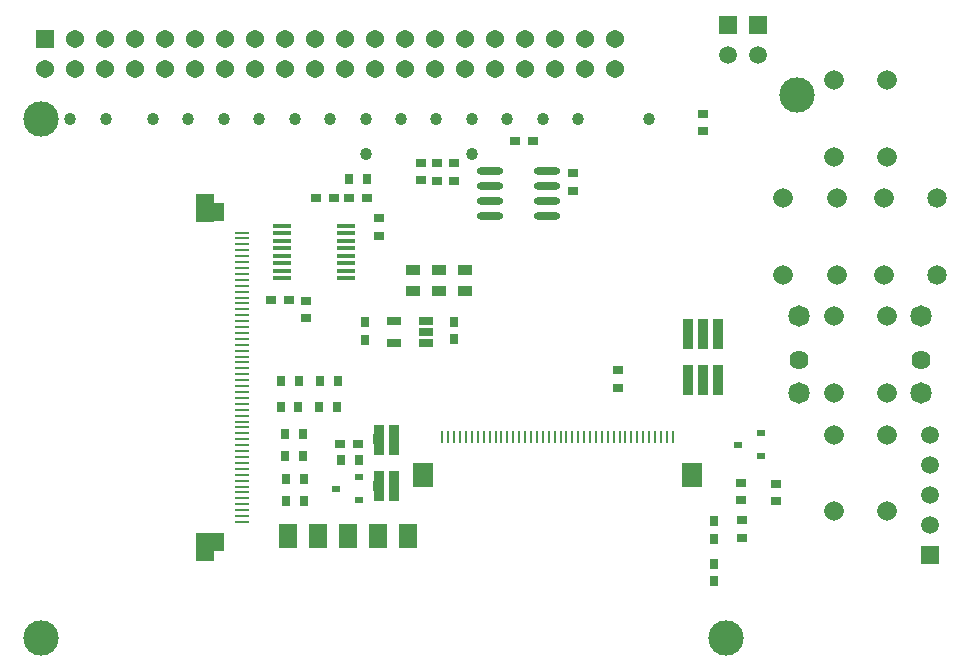
<source format=gbs>
%FSLAX43Y43*%
%MOMM*%
G71*
G01*
G75*
G04 Layer_Color=16711935*
%ADD10R,0.800X1.800*%
%ADD11R,1.100X1.250*%
%ADD12C,1.500*%
%ADD13C,0.250*%
%ADD14C,0.300*%
%ADD15C,0.400*%
%ADD16C,0.500*%
%ADD17C,0.350*%
%ADD18C,1.650*%
%ADD19O,1.600X1.650*%
%ADD20C,1.600*%
%ADD21C,1.800*%
%ADD22C,1.520*%
%ADD23R,1.520X1.520*%
%ADD24R,1.500X1.500*%
%ADD25C,0.800*%
%ADD26R,1.400X2.000*%
%ADD27R,0.787X0.711*%
%ADD28R,0.760X2.400*%
%ADD29R,1.800X2.000*%
%ADD30R,0.250X1.100*%
%ADD31C,1.016*%
%ADD32O,2.200X0.600*%
%ADD33O,1.600X0.385*%
%ADD34R,0.711X0.787*%
%ADD35R,0.724X0.559*%
%ADD36R,0.762X0.787*%
%ADD37R,0.787X0.762*%
%ADD38R,1.050X0.600*%
%ADD39R,1.194X0.787*%
%ADD40R,1.200X0.250*%
%ADD41R,1.600X2.400*%
%ADD42C,0.800*%
%ADD43C,0.600*%
%ADD44C,0.475*%
%ADD45R,0.825X1.600*%
%ADD46C,0.200*%
%ADD47C,0.150*%
%ADD48C,0.254*%
%ADD49C,0.180*%
%ADD50C,0.160*%
%ADD51R,0.820X1.820*%
%ADD52R,1.120X1.270*%
%ADD53C,3.000*%
%ADD54C,1.670*%
%ADD55O,1.620X1.670*%
%ADD56C,1.620*%
%ADD57C,1.820*%
%ADD58C,1.540*%
%ADD59R,1.540X1.540*%
%ADD60R,1.520X1.520*%
%ADD61R,1.500X2.100*%
%ADD62R,0.807X0.731*%
%ADD63R,0.860X2.500*%
%ADD64R,1.820X2.020*%
%ADD65R,0.270X1.120*%
%ADD66C,1.036*%
%ADD67O,2.220X0.620*%
%ADD68O,1.620X0.405*%
%ADD69R,0.731X0.807*%
%ADD70R,0.744X0.579*%
%ADD71R,0.782X0.807*%
%ADD72R,0.807X0.782*%
%ADD73R,1.150X0.700*%
%ADD74R,1.214X0.807*%
%ADD75R,1.220X0.270*%
%ADD76R,1.620X2.420*%
%ADD77R,0.845X1.620*%
D22*
X79750Y9130D02*
D03*
Y11670D02*
D03*
Y14210D02*
D03*
Y16750D02*
D03*
X62700Y48885D02*
D03*
X65240D02*
D03*
D53*
X62500Y-500D02*
D03*
X68500Y45500D02*
D03*
X4500Y43500D02*
D03*
Y-500D02*
D03*
D54*
X76130Y16750D02*
D03*
Y10250D02*
D03*
X71630Y16750D02*
D03*
Y10250D02*
D03*
X75900Y36750D02*
D03*
Y30250D02*
D03*
X76130Y26750D02*
D03*
Y20250D02*
D03*
X71630Y26750D02*
D03*
Y20250D02*
D03*
X71875Y36750D02*
D03*
Y30250D02*
D03*
X67375Y36750D02*
D03*
Y30250D02*
D03*
X76130Y46750D02*
D03*
Y40250D02*
D03*
X71630Y46750D02*
D03*
Y40250D02*
D03*
D55*
X80400Y36750D02*
D03*
Y30250D02*
D03*
D56*
X79030Y23050D02*
D03*
X68730D02*
D03*
D57*
Y26750D02*
D03*
X79030D02*
D03*
X68730Y20250D02*
D03*
X79030D02*
D03*
D58*
X53130Y47730D02*
D03*
Y50270D02*
D03*
X50590Y47730D02*
D03*
Y50270D02*
D03*
X48050Y47730D02*
D03*
Y50270D02*
D03*
X45510Y47730D02*
D03*
Y50270D02*
D03*
X42970Y47730D02*
D03*
Y50270D02*
D03*
X40430Y47730D02*
D03*
Y50270D02*
D03*
X37890Y47730D02*
D03*
Y50270D02*
D03*
X35350Y47730D02*
D03*
Y50270D02*
D03*
X32810Y47730D02*
D03*
Y50270D02*
D03*
X30270Y47730D02*
D03*
Y50270D02*
D03*
X27730Y47730D02*
D03*
Y50270D02*
D03*
X25190Y47730D02*
D03*
Y50270D02*
D03*
X22650Y47730D02*
D03*
Y50270D02*
D03*
X20110Y47730D02*
D03*
Y50270D02*
D03*
X17570Y47730D02*
D03*
Y50270D02*
D03*
X15030Y47730D02*
D03*
Y50270D02*
D03*
X12490Y47730D02*
D03*
Y50270D02*
D03*
X9950Y47730D02*
D03*
Y50270D02*
D03*
X7410Y47730D02*
D03*
Y50270D02*
D03*
X4870Y47730D02*
D03*
D59*
Y50270D02*
D03*
D60*
X79750Y6590D02*
D03*
X62700Y51425D02*
D03*
X65240D02*
D03*
D61*
X35555Y8175D02*
D03*
X27935D02*
D03*
X30475D02*
D03*
X33015D02*
D03*
X25395D02*
D03*
D62*
X49525Y38874D02*
D03*
Y37376D02*
D03*
X60525Y43924D02*
D03*
Y42426D02*
D03*
X53400Y22199D02*
D03*
Y20701D02*
D03*
X38075Y39724D02*
D03*
Y38226D02*
D03*
X36706Y39763D02*
D03*
Y38264D02*
D03*
X39475Y39749D02*
D03*
Y38251D02*
D03*
X33150Y33576D02*
D03*
Y35074D02*
D03*
X26950Y28074D02*
D03*
Y26576D02*
D03*
X63825Y9474D02*
D03*
Y7976D02*
D03*
X63800Y12674D02*
D03*
Y11176D02*
D03*
X66775Y11101D02*
D03*
Y12599D02*
D03*
D63*
X33115Y16325D02*
D03*
X34385D02*
D03*
Y12425D02*
D03*
X33115D02*
D03*
X61845Y25250D02*
D03*
X60575D02*
D03*
X59305D02*
D03*
Y21350D02*
D03*
X60575D02*
D03*
X61845D02*
D03*
D64*
X36850Y13350D02*
D03*
X59650D02*
D03*
D65*
X38500Y16500D02*
D03*
X39000D02*
D03*
X39500D02*
D03*
X40000D02*
D03*
X40500D02*
D03*
X41000D02*
D03*
X41500D02*
D03*
X42000D02*
D03*
X42500D02*
D03*
X43000D02*
D03*
X43500D02*
D03*
X44000D02*
D03*
X44500D02*
D03*
X45000D02*
D03*
X45500D02*
D03*
X46000D02*
D03*
X46500D02*
D03*
X47000D02*
D03*
X47500D02*
D03*
X48000D02*
D03*
X48500D02*
D03*
X49000D02*
D03*
X49500D02*
D03*
X50000D02*
D03*
X50500D02*
D03*
X51000D02*
D03*
X51500D02*
D03*
X52000D02*
D03*
X52500D02*
D03*
X53000D02*
D03*
X53500D02*
D03*
X54000D02*
D03*
X54500D02*
D03*
X55000D02*
D03*
X55500D02*
D03*
X56000D02*
D03*
X56500D02*
D03*
X57000D02*
D03*
X57500D02*
D03*
X58000D02*
D03*
D66*
X32000Y40500D02*
D03*
X14000Y43500D02*
D03*
X10000D02*
D03*
X7000D02*
D03*
X29000Y43500D02*
D03*
X32000D02*
D03*
X35000D02*
D03*
X23000Y43500D02*
D03*
X38000Y43500D02*
D03*
X17000Y43500D02*
D03*
X20000D02*
D03*
X26000Y43500D02*
D03*
X56000D02*
D03*
X47000Y43500D02*
D03*
X44000Y43500D02*
D03*
X41000D02*
D03*
Y40500D02*
D03*
X50000Y43500D02*
D03*
D67*
X42525Y35270D02*
D03*
Y36540D02*
D03*
Y37810D02*
D03*
Y39080D02*
D03*
X47325Y35270D02*
D03*
Y36540D02*
D03*
Y37810D02*
D03*
Y39080D02*
D03*
D68*
X30325Y34423D02*
D03*
Y33787D02*
D03*
Y33153D02*
D03*
Y32518D02*
D03*
Y31882D02*
D03*
Y31247D02*
D03*
Y30612D02*
D03*
Y29978D02*
D03*
X24925Y34423D02*
D03*
Y33787D02*
D03*
Y33153D02*
D03*
Y32518D02*
D03*
Y31882D02*
D03*
Y31247D02*
D03*
Y30612D02*
D03*
Y29978D02*
D03*
D69*
X30626Y38375D02*
D03*
X32124D02*
D03*
X28076Y19100D02*
D03*
X29574D02*
D03*
X29649Y21325D02*
D03*
X28151D02*
D03*
X24800Y19100D02*
D03*
X26299D02*
D03*
X24850Y21325D02*
D03*
X26349D02*
D03*
X34499Y12425D02*
D03*
X33001D02*
D03*
X25176Y16775D02*
D03*
X26674D02*
D03*
X34499Y16400D02*
D03*
X33001D02*
D03*
X25201Y14900D02*
D03*
X26699D02*
D03*
X25276Y12975D02*
D03*
X26774D02*
D03*
X26749Y11150D02*
D03*
X25251D02*
D03*
X31424Y14625D02*
D03*
X29926D02*
D03*
D70*
X65459Y16850D02*
D03*
Y14950D02*
D03*
X63491Y15900D02*
D03*
X31443Y13125D02*
D03*
Y11225D02*
D03*
X29475Y12175D02*
D03*
D71*
X31975Y26274D02*
D03*
Y24776D02*
D03*
X39475Y26299D02*
D03*
Y24801D02*
D03*
X61500Y7926D02*
D03*
Y9424D02*
D03*
X61525Y5824D02*
D03*
Y4326D02*
D03*
D72*
X32124Y36750D02*
D03*
X30625D02*
D03*
X29324Y36775D02*
D03*
X27826D02*
D03*
X46149Y41625D02*
D03*
X44651D02*
D03*
X25474Y28150D02*
D03*
X23976D02*
D03*
X31349Y15950D02*
D03*
X29851D02*
D03*
D73*
X37075Y26375D02*
D03*
Y25425D02*
D03*
Y24475D02*
D03*
X34375D02*
D03*
Y26375D02*
D03*
D74*
X40450Y30689D02*
D03*
Y28911D02*
D03*
X38225Y30689D02*
D03*
Y28911D02*
D03*
X36025Y30664D02*
D03*
Y28886D02*
D03*
D75*
X21500Y9350D02*
D03*
Y9850D02*
D03*
Y10350D02*
D03*
Y10850D02*
D03*
Y11350D02*
D03*
Y11850D02*
D03*
Y12350D02*
D03*
Y12850D02*
D03*
Y13350D02*
D03*
Y13850D02*
D03*
Y14350D02*
D03*
Y14850D02*
D03*
Y15350D02*
D03*
Y15850D02*
D03*
Y16350D02*
D03*
Y16850D02*
D03*
Y17350D02*
D03*
Y17850D02*
D03*
Y18350D02*
D03*
Y18850D02*
D03*
Y19350D02*
D03*
Y19850D02*
D03*
Y20350D02*
D03*
Y20850D02*
D03*
Y21350D02*
D03*
Y21850D02*
D03*
Y22350D02*
D03*
Y22850D02*
D03*
Y23350D02*
D03*
Y23850D02*
D03*
Y24350D02*
D03*
Y24850D02*
D03*
Y25350D02*
D03*
Y25850D02*
D03*
Y26350D02*
D03*
Y26850D02*
D03*
Y27350D02*
D03*
Y27850D02*
D03*
Y28350D02*
D03*
Y28850D02*
D03*
Y33850D02*
D03*
Y33350D02*
D03*
Y32850D02*
D03*
Y32350D02*
D03*
Y31850D02*
D03*
Y31350D02*
D03*
Y30850D02*
D03*
Y30350D02*
D03*
Y29850D02*
D03*
Y29350D02*
D03*
D76*
X18400Y7250D02*
D03*
Y35950D02*
D03*
D77*
X19587Y35550D02*
D03*
Y7650D02*
D03*
M02*

</source>
